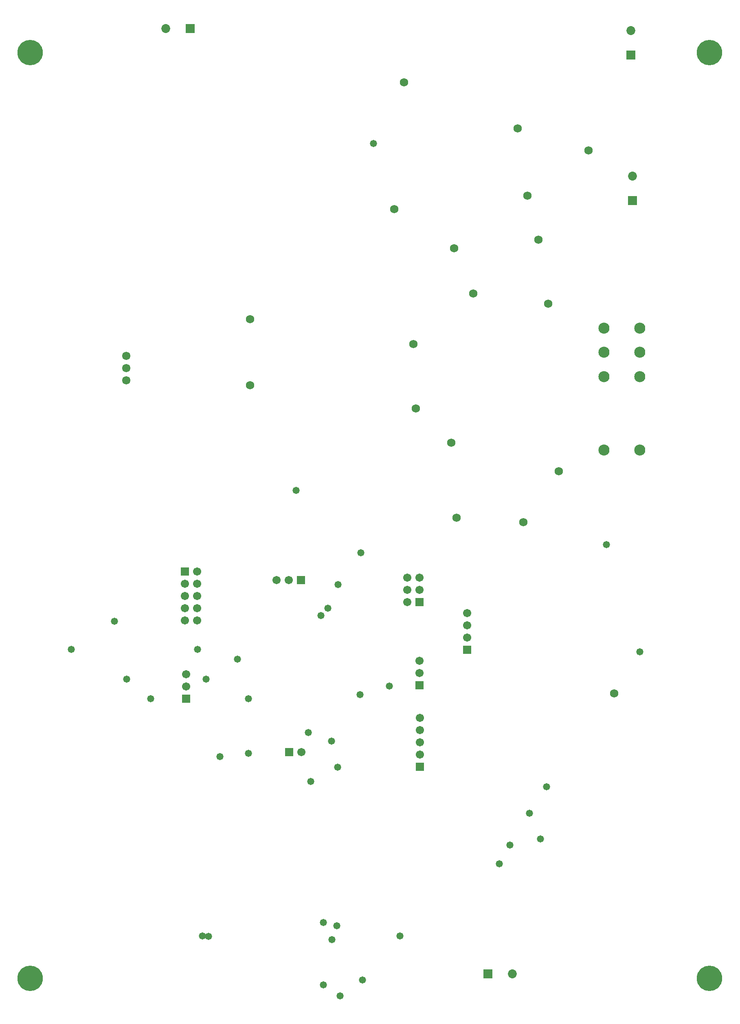
<source format=gbs>
G04*
G04 #@! TF.GenerationSoftware,Altium Limited,Altium Designer,23.2.1 (34)*
G04*
G04 Layer_Color=16711935*
%FSLAX25Y25*%
%MOIN*%
G70*
G04*
G04 #@! TF.SameCoordinates,93AA6E6A-2443-478F-AA38-481D138D9A8A*
G04*
G04*
G04 #@! TF.FilePolarity,Negative*
G04*
G01*
G75*
%ADD50C,0.20800*%
%ADD51C,0.09068*%
%ADD52C,0.07296*%
%ADD53R,0.07296X0.07296*%
%ADD54C,0.06780*%
%ADD55R,0.07296X0.07296*%
%ADD56R,0.06706X0.06706*%
%ADD57C,0.06706*%
%ADD58R,0.06706X0.06706*%
%ADD59C,0.06800*%
%ADD60C,0.05800*%
D50*
X36500Y26500D02*
D03*
Y783500D02*
D03*
X592500Y26500D02*
D03*
Y783500D02*
D03*
D51*
X535500Y458421D02*
D03*
Y518500D02*
D03*
Y538342D02*
D03*
Y558185D02*
D03*
X505972D02*
D03*
Y538342D02*
D03*
Y518500D02*
D03*
Y458421D02*
D03*
D52*
X528000Y801500D02*
D03*
X529500Y682500D02*
D03*
X431000Y30000D02*
D03*
X147500Y803000D02*
D03*
D53*
X528000Y781500D02*
D03*
X529500Y662500D02*
D03*
D54*
X115000Y515421D02*
D03*
Y525657D02*
D03*
Y535500D02*
D03*
D55*
X411000Y30000D02*
D03*
X167500Y803000D02*
D03*
D56*
X163000Y359000D02*
D03*
X355000Y334000D02*
D03*
X355500Y199500D02*
D03*
X164000Y255000D02*
D03*
X394000Y295000D02*
D03*
X355000Y266000D02*
D03*
D57*
X173000Y359000D02*
D03*
X163000Y349000D02*
D03*
X173000D02*
D03*
X163000Y339000D02*
D03*
X173000D02*
D03*
X163000Y329000D02*
D03*
X173000D02*
D03*
X163000Y319000D02*
D03*
X173000D02*
D03*
X345000Y354000D02*
D03*
X355000D02*
D03*
X345000Y344000D02*
D03*
X355000D02*
D03*
X345000Y334000D02*
D03*
X238000Y352000D02*
D03*
X248000D02*
D03*
X355500Y209500D02*
D03*
Y219500D02*
D03*
Y229500D02*
D03*
Y239500D02*
D03*
X164000Y275000D02*
D03*
Y265000D02*
D03*
X394000Y305000D02*
D03*
Y315000D02*
D03*
Y325000D02*
D03*
X258500Y211500D02*
D03*
X355000Y286000D02*
D03*
Y276000D02*
D03*
D58*
X258000Y352000D02*
D03*
X248500Y211500D02*
D03*
D59*
X514500Y259500D02*
D03*
X469000Y441000D02*
D03*
X440000Y399500D02*
D03*
X385500Y403000D02*
D03*
X381000Y464500D02*
D03*
X350000Y545000D02*
D03*
X399000Y586500D02*
D03*
X435500Y721521D02*
D03*
X452500Y630500D02*
D03*
X383500Y623563D02*
D03*
X493500Y703500D02*
D03*
X443374Y666374D02*
D03*
X216500Y511500D02*
D03*
Y565500D02*
D03*
X334500Y655500D02*
D03*
X342500Y759000D02*
D03*
X460500Y578000D02*
D03*
X352000Y492500D02*
D03*
D60*
X508000Y381000D02*
D03*
X317500Y709000D02*
D03*
X70000Y295500D02*
D03*
X254000Y425500D02*
D03*
X283000Y220500D02*
D03*
X535500Y293500D02*
D03*
X330500Y265500D02*
D03*
X308500Y25000D02*
D03*
X339000Y61000D02*
D03*
X290000Y12000D02*
D03*
X283500Y58000D02*
D03*
X287500Y69500D02*
D03*
X276500Y72000D02*
D03*
X182311Y60689D02*
D03*
X105400Y318500D02*
D03*
X276400Y21300D02*
D03*
X177220Y61000D02*
D03*
X215000Y210500D02*
D03*
Y255000D02*
D03*
X135000D02*
D03*
X280000Y329000D02*
D03*
X173500Y295500D02*
D03*
X288000Y199000D02*
D03*
X306500Y258500D02*
D03*
X266000Y187500D02*
D03*
X288500Y348500D02*
D03*
X307000Y374500D02*
D03*
X274500Y323000D02*
D03*
X420500Y120000D02*
D03*
X445000Y161500D02*
D03*
X429000Y135500D02*
D03*
X454000Y140500D02*
D03*
X191808Y207808D02*
D03*
X206000Y287500D02*
D03*
X115500Y271000D02*
D03*
X180500D02*
D03*
X264000Y227500D02*
D03*
X459000Y183000D02*
D03*
M02*

</source>
